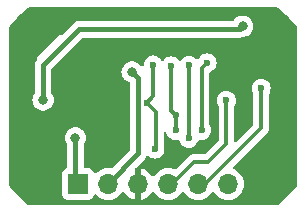
<source format=gbr>
%TF.GenerationSoftware,KiCad,Pcbnew,8.0.1*%
%TF.CreationDate,2024-04-26T21:14:53-06:00*%
%TF.ProjectId,apds-9306-sensor,61706473-2d39-4333-9036-2d73656e736f,rev?*%
%TF.SameCoordinates,Original*%
%TF.FileFunction,Copper,L2,Bot*%
%TF.FilePolarity,Positive*%
%FSLAX46Y46*%
G04 Gerber Fmt 4.6, Leading zero omitted, Abs format (unit mm)*
G04 Created by KiCad (PCBNEW 8.0.1) date 2024-04-26 21:14:53*
%MOMM*%
%LPD*%
G01*
G04 APERTURE LIST*
%TA.AperFunction,ComponentPad*%
%ADD10C,3.500000*%
%TD*%
%TA.AperFunction,ComponentPad*%
%ADD11R,1.700000X1.700000*%
%TD*%
%TA.AperFunction,ComponentPad*%
%ADD12O,1.700000X1.700000*%
%TD*%
%TA.AperFunction,ViaPad*%
%ADD13C,0.800000*%
%TD*%
%TA.AperFunction,ViaPad*%
%ADD14C,0.600000*%
%TD*%
%TA.AperFunction,Conductor*%
%ADD15C,0.300000*%
%TD*%
%TA.AperFunction,Conductor*%
%ADD16C,0.400000*%
%TD*%
G04 APERTURE END LIST*
D10*
%TO.P,H1,1*%
%TO.N,GND*%
X175260000Y-78740000D03*
%TD*%
%TO.P,H4,1*%
%TO.N,GND*%
X154940000Y-91440000D03*
%TD*%
%TO.P,H3,1*%
%TO.N,GND*%
X175260000Y-91440000D03*
%TD*%
%TO.P,H2,1*%
%TO.N,GND*%
X154940000Y-78740000D03*
%TD*%
D11*
%TO.P,J1,1,Pin_1*%
%TO.N,VCC*%
X158750000Y-91669000D03*
D12*
%TO.P,J1,2,Pin_2*%
%TO.N,+3.3V*%
X161290000Y-91669000D03*
%TO.P,J1,3,Pin_3*%
%TO.N,GND*%
X163830000Y-91669000D03*
%TO.P,J1,4,Pin_4*%
%TO.N,/SDA*%
X166370000Y-91669000D03*
%TO.P,J1,5,Pin_5*%
%TO.N,/SCL*%
X168910000Y-91669000D03*
%TO.P,J1,6,Pin_6*%
%TO.N,/INTR*%
X171450000Y-91669000D03*
%TD*%
D13*
%TO.N,VCC*%
X158521400Y-87782400D03*
X172669200Y-78333600D03*
X155778200Y-84582000D03*
D14*
%TO.N,GND*%
X153314400Y-80822800D03*
X153416000Y-89230200D03*
D13*
X163576000Y-80314800D03*
D14*
X156845000Y-92938600D03*
X173304200Y-77165200D03*
X176606200Y-85648800D03*
X176809400Y-80619600D03*
X162902900Y-86017100D03*
X170688000Y-82550000D03*
X174294800Y-88671400D03*
X176555400Y-84023200D03*
X157505400Y-77343000D03*
X153822400Y-84251800D03*
X155397200Y-88544400D03*
X173024800Y-92786200D03*
X157556200Y-82296000D03*
X153797000Y-86004400D03*
D13*
X160985200Y-88747600D03*
%TO.N,+3.3V*%
X163322000Y-82194400D03*
D14*
%TO.N,/SDA*%
X171297600Y-84607400D03*
X169672000Y-81432400D03*
X169214800Y-87137000D03*
%TO.N,/SCL_3V*%
X168122600Y-87814801D03*
X168148000Y-81635600D03*
%TO.N,/SDA_3V*%
X167005000Y-87147400D03*
X166624000Y-81686400D03*
X167005000Y-85847400D03*
%TO.N,/SCL*%
X174242600Y-83590000D03*
%TO.N,/INTR*%
X164566600Y-84810600D03*
X165252400Y-88722200D03*
X165100000Y-81610200D03*
%TD*%
D15*
%TO.N,/SDA*%
X169214800Y-87137000D02*
X169214800Y-81889600D01*
X169214800Y-81889600D02*
X169672000Y-81432400D01*
D16*
%TO.N,VCC*%
X155778200Y-81635600D02*
X155778200Y-84582000D01*
X158521400Y-91440400D02*
X158750000Y-91669000D01*
X172415200Y-78587600D02*
X158826200Y-78587600D01*
X172669200Y-78333600D02*
X172415200Y-78587600D01*
X158826200Y-78587600D02*
X155778200Y-81635600D01*
X158521400Y-87782400D02*
X158521400Y-91440400D01*
%TO.N,+3.3V*%
X163855400Y-89103600D02*
X161290000Y-91669000D01*
X163855400Y-82727800D02*
X163855400Y-89103600D01*
X163322000Y-82194400D02*
X163855400Y-82727800D01*
D15*
%TO.N,/SDA*%
X166370000Y-91669000D02*
X166699800Y-91669000D01*
X171297600Y-88265000D02*
X171297600Y-84607400D01*
X168579800Y-89789000D02*
X169773600Y-89789000D01*
X169773600Y-89789000D02*
X171297600Y-88265000D01*
X166699800Y-91669000D02*
X168579800Y-89789000D01*
%TO.N,/SCL_3V*%
X168148000Y-81635600D02*
X168148000Y-87789401D01*
X168148000Y-87789401D02*
X168122600Y-87814801D01*
%TO.N,/SDA_3V*%
X166624000Y-81686400D02*
X166624000Y-85466400D01*
X167005000Y-85847400D02*
X167005000Y-87147400D01*
X166624000Y-85466400D02*
X167005000Y-85847400D01*
%TO.N,/SCL*%
X174242600Y-83590000D02*
X174242600Y-86945600D01*
X169519200Y-91669000D02*
X168910000Y-91669000D01*
X174242600Y-86945600D02*
X169519200Y-91669000D01*
%TO.N,/INTR*%
X165100000Y-84277200D02*
X165100000Y-81610200D01*
X164566600Y-84810600D02*
X165328600Y-85572600D01*
X165328600Y-85572600D02*
X165328600Y-88646000D01*
X164566600Y-84810600D02*
X165100000Y-84277200D01*
X165328600Y-88646000D02*
X165252400Y-88722200D01*
%TD*%
%TA.AperFunction,Conductor*%
%TO.N,GND*%
G36*
X175264042Y-76700765D02*
G01*
X175285151Y-76702148D01*
X175518116Y-76717417D01*
X175534172Y-76719532D01*
X175722268Y-76756946D01*
X175784176Y-76789330D01*
X175785755Y-76790881D01*
X177209117Y-78214243D01*
X177242602Y-78275566D01*
X177243053Y-78277733D01*
X177280465Y-78465814D01*
X177282583Y-78481895D01*
X177299235Y-78735956D01*
X177299500Y-78744066D01*
X177299500Y-91435933D01*
X177299235Y-91444043D01*
X177282583Y-91698104D01*
X177280465Y-91714186D01*
X177243053Y-91902266D01*
X177210668Y-91964177D01*
X177209117Y-91965755D01*
X175785755Y-93389117D01*
X175724432Y-93422602D01*
X175722266Y-93423053D01*
X175534186Y-93460465D01*
X175518104Y-93462583D01*
X175264043Y-93479235D01*
X175255933Y-93479500D01*
X154944067Y-93479500D01*
X154935957Y-93479235D01*
X154681895Y-93462583D01*
X154665814Y-93460465D01*
X154477733Y-93423053D01*
X154415822Y-93390668D01*
X154414243Y-93389117D01*
X152990881Y-91965755D01*
X152957396Y-91904432D01*
X152956970Y-91902389D01*
X152919532Y-91714172D01*
X152917417Y-91698116D01*
X152906948Y-91538377D01*
X153690000Y-91538377D01*
X153720779Y-91732709D01*
X153781580Y-91919833D01*
X153870904Y-92095143D01*
X153986554Y-92254320D01*
X154125680Y-92393446D01*
X154284857Y-92509096D01*
X154460167Y-92598420D01*
X154647291Y-92659221D01*
X154841623Y-92690000D01*
X155038377Y-92690000D01*
X155232709Y-92659221D01*
X155419833Y-92598420D01*
X155481754Y-92566870D01*
X157399500Y-92566870D01*
X157399501Y-92566876D01*
X157405908Y-92626483D01*
X157456202Y-92761328D01*
X157456206Y-92761335D01*
X157542452Y-92876544D01*
X157542455Y-92876547D01*
X157657664Y-92962793D01*
X157657671Y-92962797D01*
X157792517Y-93013091D01*
X157792516Y-93013091D01*
X157799444Y-93013835D01*
X157852127Y-93019500D01*
X159647872Y-93019499D01*
X159707483Y-93013091D01*
X159842331Y-92962796D01*
X159957546Y-92876546D01*
X160043796Y-92761331D01*
X160092810Y-92629916D01*
X160134681Y-92573984D01*
X160200145Y-92549566D01*
X160268418Y-92564417D01*
X160296673Y-92585569D01*
X160418599Y-92707495D01*
X160515384Y-92775265D01*
X160612165Y-92843032D01*
X160612167Y-92843033D01*
X160612170Y-92843035D01*
X160826337Y-92942903D01*
X161054592Y-93004063D01*
X161231034Y-93019500D01*
X161289999Y-93024659D01*
X161290000Y-93024659D01*
X161290001Y-93024659D01*
X161348966Y-93019500D01*
X161525408Y-93004063D01*
X161753663Y-92942903D01*
X161967830Y-92843035D01*
X162161401Y-92707495D01*
X162328495Y-92540401D01*
X162458730Y-92354405D01*
X162513307Y-92310781D01*
X162582805Y-92303587D01*
X162645160Y-92335110D01*
X162661879Y-92354405D01*
X162791890Y-92540078D01*
X162958917Y-92707105D01*
X163152421Y-92842600D01*
X163366507Y-92942429D01*
X163366516Y-92942433D01*
X163580000Y-92999634D01*
X163580000Y-92102012D01*
X163637007Y-92134925D01*
X163764174Y-92169000D01*
X163895826Y-92169000D01*
X164022993Y-92134925D01*
X164080000Y-92102012D01*
X164080000Y-92999633D01*
X164293483Y-92942433D01*
X164293492Y-92942429D01*
X164507578Y-92842600D01*
X164701082Y-92707105D01*
X164868105Y-92540082D01*
X164998119Y-92354405D01*
X165052696Y-92310781D01*
X165122195Y-92303588D01*
X165184549Y-92335110D01*
X165201269Y-92354405D01*
X165331505Y-92540401D01*
X165498599Y-92707495D01*
X165595384Y-92775265D01*
X165692165Y-92843032D01*
X165692167Y-92843033D01*
X165692170Y-92843035D01*
X165906337Y-92942903D01*
X166134592Y-93004063D01*
X166311034Y-93019500D01*
X166369999Y-93024659D01*
X166370000Y-93024659D01*
X166370001Y-93024659D01*
X166428966Y-93019500D01*
X166605408Y-93004063D01*
X166833663Y-92942903D01*
X167047830Y-92843035D01*
X167241401Y-92707495D01*
X167408495Y-92540401D01*
X167538425Y-92354842D01*
X167593002Y-92311217D01*
X167662500Y-92304023D01*
X167724855Y-92335546D01*
X167741575Y-92354842D01*
X167871500Y-92540395D01*
X167871505Y-92540401D01*
X168038599Y-92707495D01*
X168135384Y-92775265D01*
X168232165Y-92843032D01*
X168232167Y-92843033D01*
X168232170Y-92843035D01*
X168446337Y-92942903D01*
X168674592Y-93004063D01*
X168851034Y-93019500D01*
X168909999Y-93024659D01*
X168910000Y-93024659D01*
X168910001Y-93024659D01*
X168968966Y-93019500D01*
X169145408Y-93004063D01*
X169373663Y-92942903D01*
X169587830Y-92843035D01*
X169781401Y-92707495D01*
X169948495Y-92540401D01*
X170078425Y-92354842D01*
X170133002Y-92311217D01*
X170202500Y-92304023D01*
X170264855Y-92335546D01*
X170281575Y-92354842D01*
X170411500Y-92540395D01*
X170411505Y-92540401D01*
X170578599Y-92707495D01*
X170675384Y-92775265D01*
X170772165Y-92843032D01*
X170772167Y-92843033D01*
X170772170Y-92843035D01*
X170986337Y-92942903D01*
X171214592Y-93004063D01*
X171391034Y-93019500D01*
X171449999Y-93024659D01*
X171450000Y-93024659D01*
X171450001Y-93024659D01*
X171508966Y-93019500D01*
X171685408Y-93004063D01*
X171913663Y-92942903D01*
X172127830Y-92843035D01*
X172321401Y-92707495D01*
X172488495Y-92540401D01*
X172624035Y-92346830D01*
X172723903Y-92132663D01*
X172785063Y-91904408D01*
X172805659Y-91669000D01*
X172794231Y-91538377D01*
X174010000Y-91538377D01*
X174040779Y-91732709D01*
X174101580Y-91919833D01*
X174190904Y-92095143D01*
X174306554Y-92254320D01*
X174445680Y-92393446D01*
X174604857Y-92509096D01*
X174780167Y-92598420D01*
X174967291Y-92659221D01*
X175161623Y-92690000D01*
X175358377Y-92690000D01*
X175552709Y-92659221D01*
X175739833Y-92598420D01*
X175915143Y-92509096D01*
X176074320Y-92393446D01*
X176213446Y-92254320D01*
X176329096Y-92095143D01*
X176418420Y-91919833D01*
X176479221Y-91732709D01*
X176510000Y-91538377D01*
X176510000Y-91341623D01*
X176479221Y-91147291D01*
X176418420Y-90960167D01*
X176329096Y-90784857D01*
X176213446Y-90625680D01*
X176074320Y-90486554D01*
X175915143Y-90370904D01*
X175739833Y-90281580D01*
X175552709Y-90220779D01*
X175358377Y-90190000D01*
X175161623Y-90190000D01*
X174967291Y-90220779D01*
X174780167Y-90281580D01*
X174604857Y-90370904D01*
X174445680Y-90486554D01*
X174306554Y-90625680D01*
X174190904Y-90784857D01*
X174101580Y-90960167D01*
X174040779Y-91147291D01*
X174010000Y-91341623D01*
X174010000Y-91538377D01*
X172794231Y-91538377D01*
X172785063Y-91433592D01*
X172723903Y-91205337D01*
X172624035Y-90991171D01*
X172618731Y-90983595D01*
X172488494Y-90797597D01*
X172321402Y-90630506D01*
X172321395Y-90630501D01*
X172127834Y-90494967D01*
X172127831Y-90494965D01*
X172127830Y-90494965D01*
X172049207Y-90458302D01*
X171937344Y-90406139D01*
X171884905Y-90359966D01*
X171865753Y-90292773D01*
X171885969Y-90225892D01*
X171902063Y-90206081D01*
X174747876Y-87360270D01*
X174786792Y-87302028D01*
X174819064Y-87253729D01*
X174820532Y-87250185D01*
X174868101Y-87135344D01*
X174878732Y-87081900D01*
X174893100Y-87009669D01*
X174893100Y-84095067D01*
X174912107Y-84029094D01*
X174968388Y-83939524D01*
X174988653Y-83881611D01*
X175027968Y-83769255D01*
X175048165Y-83590000D01*
X175027968Y-83410745D01*
X174968389Y-83240478D01*
X174872416Y-83087738D01*
X174744862Y-82960184D01*
X174592123Y-82864211D01*
X174421854Y-82804631D01*
X174421849Y-82804630D01*
X174242604Y-82784435D01*
X174242596Y-82784435D01*
X174063350Y-82804630D01*
X174063345Y-82804631D01*
X173893076Y-82864211D01*
X173740337Y-82960184D01*
X173612784Y-83087737D01*
X173516811Y-83240476D01*
X173457231Y-83410745D01*
X173457230Y-83410750D01*
X173437035Y-83589996D01*
X173437035Y-83590003D01*
X173457230Y-83769249D01*
X173457231Y-83769254D01*
X173516811Y-83939524D01*
X173573093Y-84029094D01*
X173592100Y-84095067D01*
X173592100Y-86624792D01*
X173572415Y-86691831D01*
X173555781Y-86712473D01*
X172159781Y-88108473D01*
X172098458Y-88141958D01*
X172028766Y-88136974D01*
X171972833Y-88095102D01*
X171948416Y-88029638D01*
X171948100Y-88020792D01*
X171948100Y-85112467D01*
X171967107Y-85046494D01*
X172023388Y-84956924D01*
X172023389Y-84956922D01*
X172082968Y-84786655D01*
X172082969Y-84786649D01*
X172103165Y-84607403D01*
X172103165Y-84607396D01*
X172082969Y-84428150D01*
X172082968Y-84428145D01*
X172059902Y-84362226D01*
X172023389Y-84257878D01*
X171927416Y-84105138D01*
X171799862Y-83977584D01*
X171739287Y-83939522D01*
X171647123Y-83881611D01*
X171476854Y-83822031D01*
X171476849Y-83822030D01*
X171297604Y-83801835D01*
X171297596Y-83801835D01*
X171118350Y-83822030D01*
X171118345Y-83822031D01*
X170948076Y-83881611D01*
X170795337Y-83977584D01*
X170667784Y-84105137D01*
X170571811Y-84257876D01*
X170512231Y-84428145D01*
X170512230Y-84428150D01*
X170492035Y-84607396D01*
X170492035Y-84607403D01*
X170512230Y-84786649D01*
X170512231Y-84786654D01*
X170571811Y-84956924D01*
X170628093Y-85046494D01*
X170647100Y-85112467D01*
X170647100Y-87944192D01*
X170627415Y-88011231D01*
X170610781Y-88031873D01*
X169540473Y-89102181D01*
X169479150Y-89135666D01*
X169452792Y-89138500D01*
X168515729Y-89138500D01*
X168390061Y-89163497D01*
X168390055Y-89163499D01*
X168271670Y-89212535D01*
X168165131Y-89283722D01*
X168165124Y-89283728D01*
X167045158Y-90403694D01*
X166983835Y-90437179D01*
X166914143Y-90432195D01*
X166905073Y-90428396D01*
X166887039Y-90419986D01*
X166833663Y-90395097D01*
X166833660Y-90395096D01*
X166833655Y-90395094D01*
X166605413Y-90333938D01*
X166605403Y-90333936D01*
X166370001Y-90313341D01*
X166369999Y-90313341D01*
X166134596Y-90333936D01*
X166134586Y-90333938D01*
X165906344Y-90395094D01*
X165906335Y-90395098D01*
X165692171Y-90494964D01*
X165692169Y-90494965D01*
X165498597Y-90630505D01*
X165331508Y-90797594D01*
X165201269Y-90983595D01*
X165146692Y-91027219D01*
X165077193Y-91034412D01*
X165014839Y-91002890D01*
X164998119Y-90983594D01*
X164868113Y-90797926D01*
X164868108Y-90797920D01*
X164701082Y-90630894D01*
X164507578Y-90495399D01*
X164293492Y-90395570D01*
X164293486Y-90395567D01*
X164080000Y-90338364D01*
X164080000Y-91235988D01*
X164022993Y-91203075D01*
X163895826Y-91169000D01*
X163764174Y-91169000D01*
X163637007Y-91203075D01*
X163580000Y-91235988D01*
X163580000Y-90421018D01*
X163599685Y-90353979D01*
X163616319Y-90333337D01*
X164399507Y-89550149D01*
X164399513Y-89550143D01*
X164445798Y-89480874D01*
X164476175Y-89435411D01*
X164509826Y-89354168D01*
X164553664Y-89299770D01*
X164619958Y-89277704D01*
X164687657Y-89294983D01*
X164712066Y-89313944D01*
X164750138Y-89352016D01*
X164902878Y-89447989D01*
X164996858Y-89480874D01*
X165073145Y-89507568D01*
X165073150Y-89507569D01*
X165252396Y-89527765D01*
X165252400Y-89527765D01*
X165252404Y-89527765D01*
X165431649Y-89507569D01*
X165431652Y-89507568D01*
X165431655Y-89507568D01*
X165601922Y-89447989D01*
X165754662Y-89352016D01*
X165882216Y-89224462D01*
X165978189Y-89071722D01*
X166037768Y-88901455D01*
X166037769Y-88901449D01*
X166057965Y-88722203D01*
X166057965Y-88722196D01*
X166037769Y-88542950D01*
X166037768Y-88542945D01*
X165986058Y-88395166D01*
X165979100Y-88354211D01*
X165979100Y-87369067D01*
X165998785Y-87302028D01*
X166051589Y-87256273D01*
X166120747Y-87246329D01*
X166184303Y-87275354D01*
X166220142Y-87328112D01*
X166279211Y-87496923D01*
X166368649Y-87639262D01*
X166375184Y-87649662D01*
X166502738Y-87777216D01*
X166593080Y-87833982D01*
X166638926Y-87862789D01*
X166655478Y-87873189D01*
X166815411Y-87929152D01*
X166825745Y-87932768D01*
X166825750Y-87932769D01*
X167004996Y-87952965D01*
X167005000Y-87952965D01*
X167005004Y-87952965D01*
X167184246Y-87932769D01*
X167184245Y-87932769D01*
X167184255Y-87932768D01*
X167184384Y-87932722D01*
X167184471Y-87932718D01*
X167191039Y-87931219D01*
X167191301Y-87932368D01*
X167254158Y-87929152D01*
X167314790Y-87963872D01*
X167342391Y-88008804D01*
X167396809Y-88164320D01*
X167396811Y-88164323D01*
X167492784Y-88317063D01*
X167620338Y-88444617D01*
X167773078Y-88540590D01*
X167943345Y-88600169D01*
X167943350Y-88600170D01*
X168122596Y-88620366D01*
X168122600Y-88620366D01*
X168122604Y-88620366D01*
X168301849Y-88600170D01*
X168301852Y-88600169D01*
X168301855Y-88600169D01*
X168472122Y-88540590D01*
X168624862Y-88444617D01*
X168752416Y-88317063D01*
X168848389Y-88164323D01*
X168904280Y-88004593D01*
X168945000Y-87947820D01*
X169009953Y-87922072D01*
X169035204Y-87922330D01*
X169214796Y-87942565D01*
X169214800Y-87942565D01*
X169214804Y-87942565D01*
X169394049Y-87922369D01*
X169394052Y-87922368D01*
X169394055Y-87922368D01*
X169564322Y-87862789D01*
X169717062Y-87766816D01*
X169844616Y-87639262D01*
X169940589Y-87486522D01*
X170000168Y-87316255D01*
X170001771Y-87302028D01*
X170020365Y-87137003D01*
X170020365Y-87136996D01*
X170000169Y-86957750D01*
X170000166Y-86957737D01*
X169940590Y-86787481D01*
X169940589Y-86787478D01*
X169918808Y-86752814D01*
X169884306Y-86697903D01*
X169865300Y-86631931D01*
X169865300Y-82300836D01*
X169884985Y-82233797D01*
X169937789Y-82188042D01*
X169948342Y-82183795D01*
X170021522Y-82158189D01*
X170174262Y-82062216D01*
X170301816Y-81934662D01*
X170397789Y-81781922D01*
X170457368Y-81611655D01*
X170457532Y-81610200D01*
X170477565Y-81432403D01*
X170477565Y-81432396D01*
X170457369Y-81253150D01*
X170457368Y-81253145D01*
X170414947Y-81131914D01*
X170397789Y-81082878D01*
X170381267Y-81056584D01*
X170320963Y-80960611D01*
X170301816Y-80930138D01*
X170174262Y-80802584D01*
X170021523Y-80706611D01*
X169851254Y-80647031D01*
X169851249Y-80647030D01*
X169672004Y-80626835D01*
X169671996Y-80626835D01*
X169492750Y-80647030D01*
X169492745Y-80647031D01*
X169322476Y-80706611D01*
X169169737Y-80802584D01*
X169042182Y-80930139D01*
X168944484Y-81085624D01*
X168892149Y-81131914D01*
X168823096Y-81142562D01*
X168759248Y-81114187D01*
X168751810Y-81107332D01*
X168650262Y-81005784D01*
X168497523Y-80909811D01*
X168327254Y-80850231D01*
X168327249Y-80850230D01*
X168148004Y-80830035D01*
X168147996Y-80830035D01*
X167968750Y-80850230D01*
X167968745Y-80850231D01*
X167798476Y-80909811D01*
X167645737Y-81005784D01*
X167518182Y-81133339D01*
X167475033Y-81202011D01*
X167422698Y-81248302D01*
X167353645Y-81258949D01*
X167289797Y-81230574D01*
X167265047Y-81202012D01*
X167257072Y-81189320D01*
X167253816Y-81184138D01*
X167126262Y-81056584D01*
X167111135Y-81047079D01*
X166973523Y-80960611D01*
X166803254Y-80901031D01*
X166803249Y-80901030D01*
X166624004Y-80880835D01*
X166623996Y-80880835D01*
X166444750Y-80901030D01*
X166444745Y-80901031D01*
X166274476Y-80960611D01*
X166121737Y-81056584D01*
X165994184Y-81184137D01*
X165994177Y-81184146D01*
X165990926Y-81189320D01*
X165938587Y-81235606D01*
X165869533Y-81246248D01*
X165805687Y-81217866D01*
X165780945Y-81189310D01*
X165777935Y-81184520D01*
X165729816Y-81107938D01*
X165602262Y-80980384D01*
X165600685Y-80979393D01*
X165449523Y-80884411D01*
X165279254Y-80824831D01*
X165279249Y-80824830D01*
X165100004Y-80804635D01*
X165099996Y-80804635D01*
X164920750Y-80824830D01*
X164920745Y-80824831D01*
X164750476Y-80884411D01*
X164597737Y-80980384D01*
X164470184Y-81107937D01*
X164374211Y-81260676D01*
X164314631Y-81430945D01*
X164314630Y-81430950D01*
X164294435Y-81610196D01*
X164294435Y-81614932D01*
X164274750Y-81681971D01*
X164221946Y-81727726D01*
X164152788Y-81737670D01*
X164089232Y-81708645D01*
X164063048Y-81676932D01*
X164060440Y-81672416D01*
X164054533Y-81662184D01*
X163927871Y-81521512D01*
X163927870Y-81521511D01*
X163774734Y-81410251D01*
X163774729Y-81410248D01*
X163601807Y-81333257D01*
X163601802Y-81333255D01*
X163456001Y-81302265D01*
X163416646Y-81293900D01*
X163227354Y-81293900D01*
X163194897Y-81300798D01*
X163042197Y-81333255D01*
X163042192Y-81333257D01*
X162869270Y-81410248D01*
X162869265Y-81410251D01*
X162716129Y-81521511D01*
X162589466Y-81662185D01*
X162494821Y-81826115D01*
X162494818Y-81826122D01*
X162436327Y-82006140D01*
X162436326Y-82006144D01*
X162416540Y-82194400D01*
X162436326Y-82382656D01*
X162436327Y-82382659D01*
X162494818Y-82562677D01*
X162494821Y-82562684D01*
X162589467Y-82726616D01*
X162659713Y-82804632D01*
X162716129Y-82867288D01*
X162869265Y-82978548D01*
X162869270Y-82978551D01*
X163042191Y-83055542D01*
X163042194Y-83055543D01*
X163042195Y-83055543D01*
X163042197Y-83055544D01*
X163056679Y-83058622D01*
X163118160Y-83091812D01*
X163151939Y-83152974D01*
X163154900Y-83179912D01*
X163154900Y-88762080D01*
X163135215Y-88829119D01*
X163118581Y-88849761D01*
X161661994Y-90306347D01*
X161600671Y-90339832D01*
X161542225Y-90338442D01*
X161525410Y-90333937D01*
X161290001Y-90313341D01*
X161289999Y-90313341D01*
X161054596Y-90333936D01*
X161054586Y-90333938D01*
X160826344Y-90395094D01*
X160826335Y-90395098D01*
X160612171Y-90494964D01*
X160612169Y-90494965D01*
X160418600Y-90630503D01*
X160296673Y-90752430D01*
X160235350Y-90785914D01*
X160165658Y-90780930D01*
X160109725Y-90739058D01*
X160092810Y-90708081D01*
X160043797Y-90576671D01*
X160043793Y-90576664D01*
X159957547Y-90461455D01*
X159957544Y-90461452D01*
X159842335Y-90375206D01*
X159842328Y-90375202D01*
X159707482Y-90324908D01*
X159707483Y-90324908D01*
X159647883Y-90318501D01*
X159647881Y-90318500D01*
X159647873Y-90318500D01*
X159647865Y-90318500D01*
X159345900Y-90318500D01*
X159278861Y-90298815D01*
X159233106Y-90246011D01*
X159221900Y-90194500D01*
X159221900Y-88397791D01*
X159241585Y-88330752D01*
X159253752Y-88314817D01*
X159253933Y-88314616D01*
X159348579Y-88150684D01*
X159407074Y-87970656D01*
X159426860Y-87782400D01*
X159407074Y-87594144D01*
X159348579Y-87414116D01*
X159253933Y-87250184D01*
X159127271Y-87109512D01*
X159089268Y-87081901D01*
X158974134Y-86998251D01*
X158974129Y-86998248D01*
X158801207Y-86921257D01*
X158801202Y-86921255D01*
X158655401Y-86890265D01*
X158616046Y-86881900D01*
X158426754Y-86881900D01*
X158394297Y-86888798D01*
X158241597Y-86921255D01*
X158241592Y-86921257D01*
X158068670Y-86998248D01*
X158068665Y-86998251D01*
X157915529Y-87109511D01*
X157788866Y-87250185D01*
X157694221Y-87414115D01*
X157694218Y-87414122D01*
X157667315Y-87496923D01*
X157635726Y-87594144D01*
X157615940Y-87782400D01*
X157635726Y-87970656D01*
X157635727Y-87970659D01*
X157694218Y-88150677D01*
X157694221Y-88150684D01*
X157788866Y-88314615D01*
X157789048Y-88314817D01*
X157789116Y-88314959D01*
X157792685Y-88319871D01*
X157791786Y-88320523D01*
X157819279Y-88377808D01*
X157820900Y-88397791D01*
X157820900Y-90228227D01*
X157801215Y-90295266D01*
X157748411Y-90341021D01*
X157740233Y-90344409D01*
X157657671Y-90375202D01*
X157657664Y-90375206D01*
X157542455Y-90461452D01*
X157542452Y-90461455D01*
X157456206Y-90576664D01*
X157456202Y-90576671D01*
X157405908Y-90711517D01*
X157399501Y-90771116D01*
X157399500Y-90771135D01*
X157399500Y-92566870D01*
X155481754Y-92566870D01*
X155595143Y-92509096D01*
X155754320Y-92393446D01*
X155893446Y-92254320D01*
X156009096Y-92095143D01*
X156098420Y-91919833D01*
X156159221Y-91732709D01*
X156190000Y-91538377D01*
X156190000Y-91341623D01*
X156159221Y-91147291D01*
X156098420Y-90960167D01*
X156009096Y-90784857D01*
X155893446Y-90625680D01*
X155754320Y-90486554D01*
X155595143Y-90370904D01*
X155419833Y-90281580D01*
X155232709Y-90220779D01*
X155038377Y-90190000D01*
X154841623Y-90190000D01*
X154647291Y-90220779D01*
X154460167Y-90281580D01*
X154284857Y-90370904D01*
X154125680Y-90486554D01*
X153986554Y-90625680D01*
X153870904Y-90784857D01*
X153781580Y-90960167D01*
X153720779Y-91147291D01*
X153690000Y-91341623D01*
X153690000Y-91538377D01*
X152906948Y-91538377D01*
X152900765Y-91444042D01*
X152900500Y-91435933D01*
X152900500Y-84582000D01*
X154872740Y-84582000D01*
X154892526Y-84770256D01*
X154892527Y-84770259D01*
X154951018Y-84950277D01*
X154951021Y-84950284D01*
X155045667Y-85114216D01*
X155133217Y-85211450D01*
X155172329Y-85254888D01*
X155325465Y-85366148D01*
X155325470Y-85366151D01*
X155498392Y-85443142D01*
X155498397Y-85443144D01*
X155683554Y-85482500D01*
X155683555Y-85482500D01*
X155872844Y-85482500D01*
X155872846Y-85482500D01*
X156058003Y-85443144D01*
X156230930Y-85366151D01*
X156384071Y-85254888D01*
X156510733Y-85114216D01*
X156605379Y-84950284D01*
X156663874Y-84770256D01*
X156683660Y-84582000D01*
X156663874Y-84393744D01*
X156605379Y-84213716D01*
X156510733Y-84049784D01*
X156510544Y-84049574D01*
X156510473Y-84049427D01*
X156506914Y-84044528D01*
X156507810Y-84043876D01*
X156480319Y-83986580D01*
X156478700Y-83966608D01*
X156478700Y-81977119D01*
X156498385Y-81910080D01*
X156515019Y-81889438D01*
X159080038Y-79324419D01*
X159141361Y-79290934D01*
X159167719Y-79288100D01*
X172484196Y-79288100D01*
X172575240Y-79269989D01*
X172619528Y-79261180D01*
X172641256Y-79252179D01*
X172662118Y-79243539D01*
X172709570Y-79234100D01*
X172763844Y-79234100D01*
X172763846Y-79234100D01*
X172949003Y-79194744D01*
X173121930Y-79117751D01*
X173275071Y-79006488D01*
X173401733Y-78865816D01*
X173417575Y-78838377D01*
X174010000Y-78838377D01*
X174040779Y-79032709D01*
X174101580Y-79219833D01*
X174190904Y-79395143D01*
X174306554Y-79554320D01*
X174445680Y-79693446D01*
X174604857Y-79809096D01*
X174780167Y-79898420D01*
X174967291Y-79959221D01*
X175161623Y-79990000D01*
X175358377Y-79990000D01*
X175552709Y-79959221D01*
X175739833Y-79898420D01*
X175915143Y-79809096D01*
X176074320Y-79693446D01*
X176213446Y-79554320D01*
X176329096Y-79395143D01*
X176418420Y-79219833D01*
X176479221Y-79032709D01*
X176510000Y-78838377D01*
X176510000Y-78641623D01*
X176479221Y-78447291D01*
X176418420Y-78260167D01*
X176329096Y-78084857D01*
X176213446Y-77925680D01*
X176074320Y-77786554D01*
X175915143Y-77670904D01*
X175739833Y-77581580D01*
X175552709Y-77520779D01*
X175358377Y-77490000D01*
X175161623Y-77490000D01*
X174967291Y-77520779D01*
X174780167Y-77581580D01*
X174604857Y-77670904D01*
X174445680Y-77786554D01*
X174306554Y-77925680D01*
X174190904Y-78084857D01*
X174101580Y-78260167D01*
X174040779Y-78447291D01*
X174010000Y-78641623D01*
X174010000Y-78838377D01*
X173417575Y-78838377D01*
X173496379Y-78701884D01*
X173554874Y-78521856D01*
X173574660Y-78333600D01*
X173554874Y-78145344D01*
X173496379Y-77965316D01*
X173401733Y-77801384D01*
X173275071Y-77660712D01*
X173275070Y-77660711D01*
X173121934Y-77549451D01*
X173121929Y-77549448D01*
X172949007Y-77472457D01*
X172949002Y-77472455D01*
X172803201Y-77441465D01*
X172763846Y-77433100D01*
X172574554Y-77433100D01*
X172542097Y-77439998D01*
X172389397Y-77472455D01*
X172389392Y-77472457D01*
X172216470Y-77549448D01*
X172216465Y-77549451D01*
X172063329Y-77660711D01*
X171936667Y-77801383D01*
X171922974Y-77825101D01*
X171872406Y-77873316D01*
X171815587Y-77887100D01*
X158757204Y-77887100D01*
X158621877Y-77914018D01*
X158621867Y-77914021D01*
X158494392Y-77966822D01*
X158379654Y-78043487D01*
X157393540Y-79029601D01*
X157332217Y-79063086D01*
X157262525Y-79058102D01*
X157206592Y-79016230D01*
X157193832Y-78982021D01*
X157179393Y-78975479D01*
X155175479Y-80979393D01*
X155181552Y-80992798D01*
X155202028Y-80997380D01*
X155251138Y-81047079D01*
X155265583Y-81115439D01*
X155240777Y-81180757D01*
X155237809Y-81184520D01*
X155234087Y-81189055D01*
X155157422Y-81303792D01*
X155104621Y-81431267D01*
X155104618Y-81431279D01*
X155084065Y-81534608D01*
X155084065Y-81534611D01*
X155077700Y-81566606D01*
X155077700Y-83966608D01*
X155058015Y-84033647D01*
X155045856Y-84049574D01*
X155045668Y-84049782D01*
X155045664Y-84049787D01*
X154951021Y-84213715D01*
X154951018Y-84213722D01*
X154892748Y-84393061D01*
X154892526Y-84393744D01*
X154872740Y-84582000D01*
X152900500Y-84582000D01*
X152900500Y-78838377D01*
X153690000Y-78838377D01*
X153720779Y-79032709D01*
X153781580Y-79219833D01*
X153870904Y-79395143D01*
X153986554Y-79554320D01*
X154125680Y-79693446D01*
X154284857Y-79809096D01*
X154460167Y-79898420D01*
X154647291Y-79959221D01*
X154841623Y-79990000D01*
X155038377Y-79990000D01*
X155232709Y-79959221D01*
X155419833Y-79898420D01*
X155595143Y-79809096D01*
X155754320Y-79693446D01*
X155893446Y-79554320D01*
X156009096Y-79395143D01*
X156098420Y-79219833D01*
X156159221Y-79032709D01*
X156190000Y-78838377D01*
X156190000Y-78641623D01*
X156159221Y-78447291D01*
X156098420Y-78260167D01*
X156009096Y-78084857D01*
X155893446Y-77925680D01*
X155754320Y-77786554D01*
X155595143Y-77670904D01*
X155419833Y-77581580D01*
X155232709Y-77520779D01*
X155038377Y-77490000D01*
X154841623Y-77490000D01*
X154647291Y-77520779D01*
X154460167Y-77581580D01*
X154284857Y-77670904D01*
X154125680Y-77786554D01*
X153986554Y-77925680D01*
X153870904Y-78084857D01*
X153781580Y-78260167D01*
X153720779Y-78447291D01*
X153690000Y-78641623D01*
X153690000Y-78838377D01*
X152900500Y-78838377D01*
X152900500Y-78744066D01*
X152900765Y-78735957D01*
X152906948Y-78641623D01*
X152917417Y-78481881D01*
X152919531Y-78465829D01*
X152956947Y-78277728D01*
X152989330Y-78215822D01*
X152990881Y-78214243D01*
X154414243Y-76790881D01*
X154475566Y-76757396D01*
X154477565Y-76756979D01*
X154665829Y-76719531D01*
X154681881Y-76717417D01*
X154916255Y-76702056D01*
X154935958Y-76700765D01*
X154944067Y-76700500D01*
X155005892Y-76700500D01*
X175194108Y-76700500D01*
X175255933Y-76700500D01*
X175264042Y-76700765D01*
G37*
%TD.AperFunction*%
%TD*%
M02*

</source>
